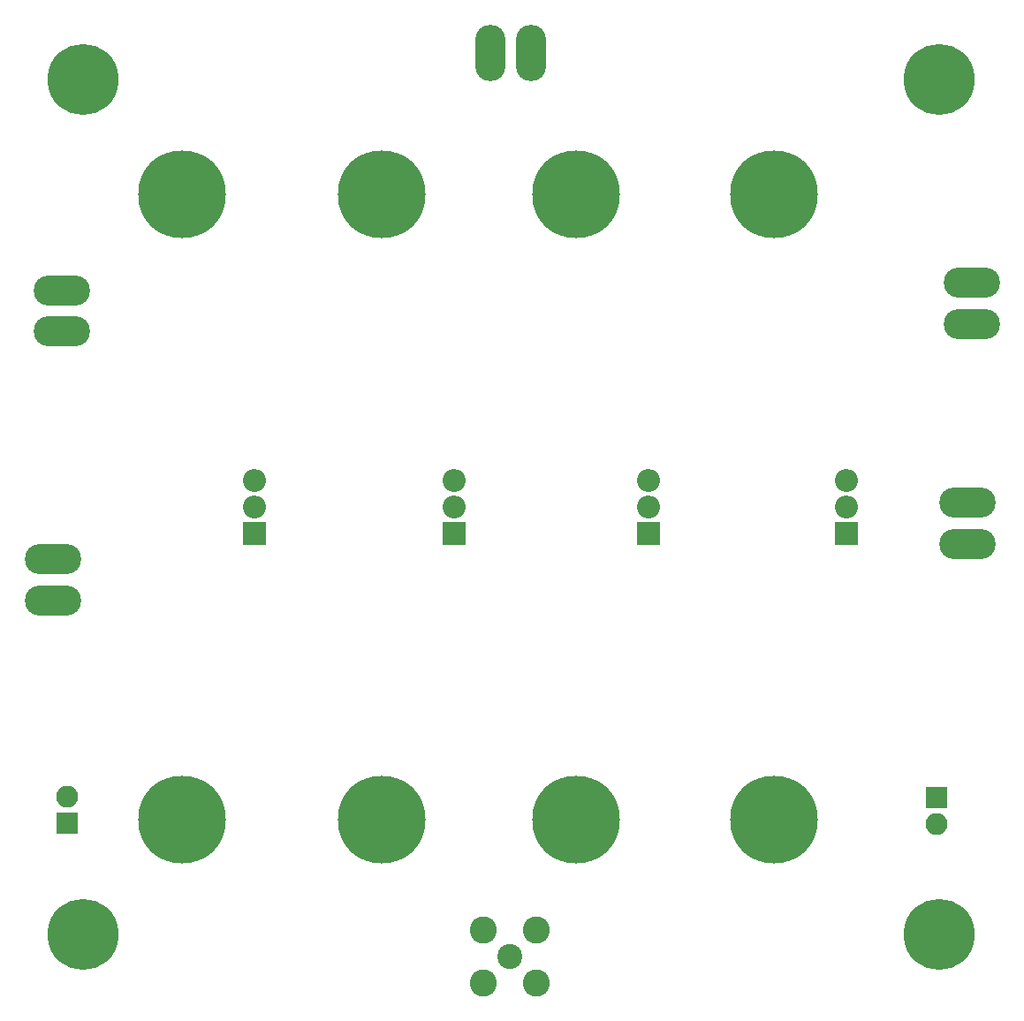
<source format=gbr>
G04 #@! TF.FileFunction,Soldermask,Top*
%FSLAX46Y46*%
G04 Gerber Fmt 4.6, Leading zero omitted, Abs format (unit mm)*
G04 Created by KiCad (PCBNEW 4.0.2-stable) date 10/05/17 14:11:08*
%MOMM*%
G01*
G04 APERTURE LIST*
%ADD10C,0.100000*%
%ADD11R,2.200000X2.200000*%
%ADD12O,2.200000X2.200000*%
%ADD13C,8.400000*%
%ADD14C,6.800000*%
%ADD15C,1.200000*%
%ADD16R,2.100000X2.100000*%
%ADD17O,2.100000X2.100000*%
%ADD18O,5.401260X2.900000*%
%ADD19O,2.900000X5.401260*%
%ADD20C,2.600000*%
%ADD21C,2.400000*%
G04 APERTURE END LIST*
D10*
D11*
X123116980Y-98024760D03*
D12*
X123116980Y-95484760D03*
X123116980Y-92944760D03*
D13*
X116150000Y-125500000D03*
X116150000Y-65500000D03*
D11*
X160666980Y-98024760D03*
D12*
X160666980Y-95484760D03*
X160666980Y-92944760D03*
D13*
X153700000Y-125500000D03*
X153700000Y-65500000D03*
D11*
X103966980Y-98024760D03*
D12*
X103966980Y-95484760D03*
X103966980Y-92944760D03*
D13*
X97000000Y-125500000D03*
X97000000Y-65500000D03*
D11*
X141716980Y-98024760D03*
D12*
X141716980Y-95484760D03*
X141716980Y-92944760D03*
D13*
X134750000Y-125500000D03*
X134750000Y-65500000D03*
D14*
X87500000Y-136500000D03*
D15*
X89900000Y-136500000D03*
X89197056Y-138197056D03*
X87500000Y-138900000D03*
X85802944Y-138197056D03*
X85100000Y-136500000D03*
X85802944Y-134802944D03*
X87500000Y-134100000D03*
X89197056Y-134802944D03*
D14*
X169600000Y-136500000D03*
D15*
X172000000Y-136500000D03*
X171297056Y-138197056D03*
X169600000Y-138900000D03*
X167902944Y-138197056D03*
X167200000Y-136500000D03*
X167902944Y-134802944D03*
X169600000Y-134100000D03*
X171297056Y-134802944D03*
D14*
X169600000Y-54500000D03*
D15*
X172000000Y-54500000D03*
X171297056Y-56197056D03*
X169600000Y-56900000D03*
X167902944Y-56197056D03*
X167200000Y-54500000D03*
X167902944Y-52802944D03*
X169600000Y-52100000D03*
X171297056Y-52802944D03*
D14*
X87500000Y-54500000D03*
D15*
X89900000Y-54500000D03*
X89197056Y-56197056D03*
X87500000Y-56900000D03*
X85802944Y-56197056D03*
X85100000Y-54500000D03*
X85802944Y-52802944D03*
X87500000Y-52100000D03*
X89197056Y-52802944D03*
D16*
X169350000Y-123350000D03*
D17*
X169350000Y-125890000D03*
D18*
X172300000Y-95068800D03*
X172300000Y-99031200D03*
D16*
X86000000Y-125800000D03*
D17*
X86000000Y-123260000D03*
D19*
X126518800Y-51950000D03*
X130481200Y-51950000D03*
D18*
X172700000Y-74018800D03*
X172700000Y-77981200D03*
X85450000Y-78681200D03*
X85450000Y-74718800D03*
D20*
X125860000Y-136060000D03*
X130940000Y-136060000D03*
X130940000Y-141140000D03*
X125860000Y-141140000D03*
D21*
X128400000Y-138600000D03*
D18*
X84600000Y-104481200D03*
X84600000Y-100518800D03*
M02*

</source>
